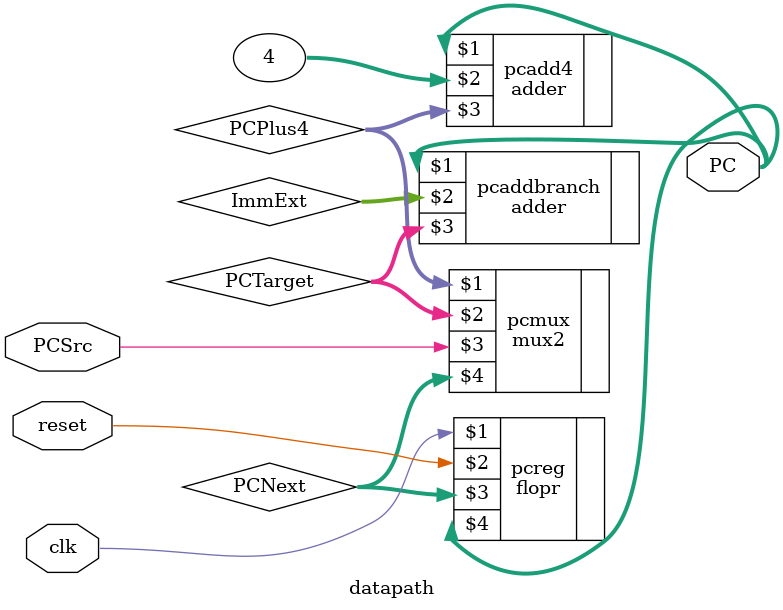
<source format=v>
module datapath(
    input wire clk, 
    input wire reset,
    input wire PCSrc,
    output wire [31:0] PC 
);

    wire [31:0] PCNext, PCPlus4, PCTarget; 
    wire [31:0] ImmExt; 

    
    flopr #(32) pcreg(clk,reset,PCNext,PC);

    adder #(32) pcadd4(PC, 32'd4, PCPlus4);

adder #(32) pcaddbranch(PC,ImmExt, PCTarget);


    mux2 #(32) pcmux(PCPlus4, PCTarget, PCSrc, PCNext);

endmodule


</source>
